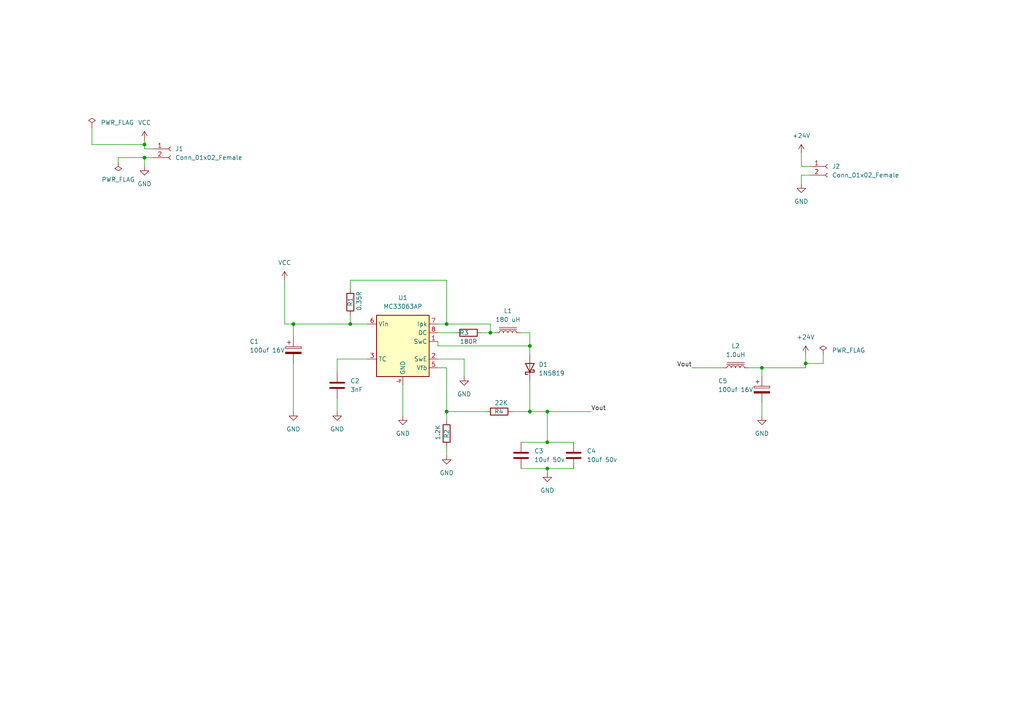
<source format=kicad_sch>
(kicad_sch (version 20211123) (generator eeschema)
  (paper "A4")
  (lib_symbols
    (symbol "Connector:Conn_01x02_Female" (pin_names (offset 1.016) hide)
      (property "Reference" "J" (at 0 2.54 0))
      (property "Value" "Conn_01x02_Female" (at 0 -5.08 0))
      (symbol "Conn_01x02_Female_1_1"
        (arc (start 0 -2.032) (mid -0.508 -2.54) (end 0 -3.048) (stroke (width 0.1524)))
        (polyline (pts (xy -1.27 -2.54) (xy -0.508 -2.54)) (stroke (width 0.1524)))
        (polyline (pts (xy -1.27 0) (xy -0.508 0)) (stroke (width 0.1524)))
        (arc (start 0 0.508) (mid -0.508 0) (end 0 -0.508) (stroke (width 0.1524)))
        (pin passive line (at -5.08 0 0) (length 3.81) (name "Pin_1") (number "1"))
        (pin passive line (at -5.08 -2.54 0) (length 3.81) (name "Pin_2") (number "2"))
      )
    )
    (symbol "Device:C" (pin_numbers hide) (pin_names (offset 0.254))
      (property "Reference" "C" (at 0.635 2.54 0))
      (property "Value" "C" (at 0.635 -2.54 0))
      (symbol "C_0_1"
        (polyline (pts (xy -2.032 -0.762) (xy 2.032 -0.762)) (stroke (width 0.508)))
        (polyline (pts (xy -2.032 0.762) (xy 2.032 0.762)) (stroke (width 0.508)))
      )
      (symbol "C_1_1"
        (pin passive line (at 0 3.81 270) (length 2.794) (name "~") (number "1"))
        (pin passive line (at 0 -3.81 90) (length 2.794) (name "~") (number "2"))
      )
    )
    (symbol "Device:C_Polarized" (pin_numbers hide) (pin_names (offset 0.254))
      (property "Reference" "C" (at 0.635 2.54 0))
      (property "Value" "C_Polarized" (at 0.635 -2.54 0))
      (symbol "C_Polarized_0_1"
        (rectangle (start -2.286 0.508) (end 2.286 1.016))
        (polyline (pts (xy -1.778 2.286) (xy -0.762 2.286)))
        (polyline (pts (xy -1.27 2.794) (xy -1.27 1.778)))
        (rectangle (start 2.286 -0.508) (end -2.286 -1.016) (fill (type outline)))
      )
      (symbol "C_Polarized_1_1"
        (pin passive line (at 0 3.81 270) (length 2.794) (name "~") (number "1"))
        (pin passive line (at 0 -3.81 90) (length 2.794) (name "~") (number "2"))
      )
    )
    (symbol "Device:L_Iron" (pin_numbers hide) (pin_names (offset 1.016) hide)
      (property "Reference" "L" (at -1.27 0 90))
      (property "Value" "L_Iron" (at 2.794 0 90))
      (symbol "L_Iron_0_1"
        (arc (start 0 -2.54) (mid 0.635 -1.905) (end 0 -1.27))
        (arc (start 0 -1.27) (mid 0.635 -0.635) (end 0 0))
        (polyline (pts (xy 1.016 2.54) (xy 1.016 -2.54)))
        (polyline (pts (xy 1.524 -2.54) (xy 1.524 2.54)))
        (arc (start 0 0) (mid 0.635 0.635) (end 0 1.27))
        (arc (start 0 1.27) (mid 0.635 1.905) (end 0 2.54))
      )
      (symbol "L_Iron_1_1"
        (pin passive line (at 0 3.81 270) (length 1.27) (name "1") (number "1"))
        (pin passive line (at 0 -3.81 90) (length 1.27) (name "2") (number "2"))
      )
    )
    (symbol "Device:R" (pin_numbers hide) (pin_names (offset 0))
      (property "Reference" "R" (at 2.032 0 90))
      (property "Value" "R" (at 0 0 90))
      (symbol "R_0_1"
        (rectangle (start -1.016 -2.54) (end 1.016 2.54) (stroke (width 0.254)))
      )
      (symbol "R_1_1"
        (pin passive line (at 0 3.81 270) (length 1.27) (name "~") (number "1"))
        (pin passive line (at 0 -3.81 90) (length 1.27) (name "~") (number "2"))
      )
    )
    (symbol "Diode:1N5819" (pin_numbers hide) (pin_names (offset 1.016) hide)
      (property "Reference" "D" (at 0 2.54 0))
      (property "Value" "1N5819" (at 0 -2.54 0))
      (symbol "1N5819_0_1"
        (polyline (pts (xy 1.27 0) (xy -1.27 0)))
        (polyline (pts (xy 1.27 1.27) (xy 1.27 -1.27) (xy -1.27 0) (xy 1.27 1.27)) (stroke (width 0.254)))
        (polyline (pts (xy -1.905 0.635) (xy -1.905 1.27) (xy -1.27 1.27) (xy -1.27 -1.27) (xy -0.635 -1.27) (xy -0.635 -0.635)) (stroke (width 0.254)))
      )
      (symbol "1N5819_1_1"
        (pin passive line (at -3.81 0 0) (length 2.54) (name "K") (number "1"))
        (pin passive line (at 3.81 0 180) (length 2.54) (name "A") (number "2"))
      )
    )
    (symbol "Regulator_Switching:MC33063AP"
      (property "Reference" "U" (at -7.62 8.89 0))
      (property "Value" "MC33063AP" (at 0 8.89 0))
      (symbol "MC33063AP_0_1"
        (rectangle (start -7.62 7.62) (end 7.62 -10.16) (stroke (width 0.254)) (fill (type background)))
      )
      (symbol "MC33063AP_1_1"
        (pin open_collector line (at 10.16 0 180) (length 2.54) (name "SwC") (number "1"))
        (pin open_emitter line (at 10.16 -5.08 180) (length 2.54) (name "SwE") (number "2"))
        (pin passive line (at -10.16 -5.08 0) (length 2.54) (name "TC") (number "3"))
        (pin power_in line (at 0 -12.7 90) (length 2.54) (name "GND") (number "4"))
        (pin input line (at 10.16 -7.62 180) (length 2.54) (name "Vfb") (number "5"))
        (pin power_in line (at -10.16 5.08 0) (length 2.54) (name "Vin") (number "6"))
        (pin input line (at 10.16 5.08 180) (length 2.54) (name "Ipk") (number "7"))
        (pin open_collector line (at 10.16 2.54 180) (length 2.54) (name "DC") (number "8"))
      )
    )
    (symbol "power:+24V" (power) (pin_names (offset 0))
      (property "Value" "+24V" (at 0 3.556 0))
      (symbol "+24V_0_1"
        (polyline (pts (xy -0.762 1.27) (xy 0 2.54)))
        (polyline (pts (xy 0 0) (xy 0 2.54)))
        (polyline (pts (xy 0 2.54) (xy 0.762 1.27)))
      )
      (symbol "+24V_1_1"
        (pin power_in line (at 0 0 90) (length 0) hide (name "+24V") (number "1"))
      )
    )
    (symbol "power:GND" (power) (pin_names (offset 0))
      (property "Value" "GND" (at 0 -3.81 0))
      (symbol "GND_0_1"
        (polyline (pts (xy 0 0) (xy 0 -1.27) (xy 1.27 -1.27) (xy 0 -2.54) (xy -1.27 -1.27) (xy 0 -1.27)))
      )
      (symbol "GND_1_1"
        (pin power_in line (at 0 0 270) (length 0) hide (name "GND") (number "1"))
      )
    )
    (symbol "power:PWR_FLAG" (power) (pin_numbers hide) (pin_names (offset 0) hide)
      (property "Value" "PWR_FLAG" (at 0 3.81 0))
      (symbol "PWR_FLAG_0_0"
        (pin power_out line (at 0 0 90) (length 0) (name "pwr") (number "1"))
      )
      (symbol "PWR_FLAG_0_1"
        (polyline (pts (xy 0 0) (xy 0 1.27) (xy -1.016 1.905) (xy 0 2.54) (xy 1.016 1.905) (xy 0 1.27)))
      )
    )
    (symbol "power:VCC" (power) (pin_names (offset 0))
      (property "Value" "VCC" (at 0 3.81 0))
      (symbol "VCC_0_1"
        (polyline (pts (xy -0.762 1.27) (xy 0 2.54)))
        (polyline (pts (xy 0 0) (xy 0 2.54)))
        (polyline (pts (xy 0 2.54) (xy 0.762 1.27)))
      )
      (symbol "VCC_1_1"
        (pin power_in line (at 0 0 90) (length 0) hide (name "VCC") (number "1"))
      )
    )
  )
  (junction (at 220.98 106.68))
  (junction (at 158.75 128.27))
  (junction (at 142.24 96.52))
  (junction (at 85.09 93.98))
  (junction (at 153.67 100.33))
  (junction (at 101.6 93.98))
  (junction (at 41.91 41.91))
  (junction (at 158.75 119.38))
  (junction (at 41.91 45.72))
  (junction (at 158.75 135.89))
  (junction (at 153.67 119.38))
  (junction (at 129.54 93.98))
  (junction (at 233.68 105.41))
  (junction (at 129.54 119.38))
  (wire (pts (xy 151.13 135.89) (xy 158.75 135.89)))
  (wire (pts (xy 142.24 96.52) (xy 143.51 96.52)))
  (wire (pts (xy 26.67 41.91) (xy 41.91 41.91)))
  (wire (pts (xy 101.6 91.44) (xy 101.6 93.98)))
  (wire (pts (xy 153.67 100.33) (xy 127 100.33)))
  (wire (pts (xy 85.09 93.98) (xy 82.55 93.98)))
  (wire (pts (xy 200.66 106.68) (xy 209.55 106.68)))
  (wire (pts (xy 44.45 43.18) (xy 41.91 43.18)))
  (wire (pts (xy 97.79 104.14) (xy 97.79 107.95)))
  (wire (pts (xy 238.76 102.87) (xy 238.76 105.41)))
  (wire (pts (xy 44.45 45.72) (xy 41.91 45.72)))
  (wire (pts (xy 34.29 46.99) (xy 34.29 45.72)))
  (wire (pts (xy 148.59 119.38) (xy 153.67 119.38)))
  (wire (pts (xy 106.68 104.14) (xy 97.79 104.14)))
  (wire (pts (xy 41.91 43.18) (xy 41.91 41.91)))
  (wire (pts (xy 129.54 106.68) (xy 127 106.68)))
  (wire (pts (xy 97.79 115.57) (xy 97.79 119.38)))
  (wire (pts (xy 127 93.98) (xy 129.54 93.98)))
  (wire (pts (xy 129.54 93.98) (xy 142.24 93.98)))
  (wire (pts (xy 232.41 50.8) (xy 232.41 53.34)))
  (wire (pts (xy 34.29 45.72) (xy 41.91 45.72)))
  (wire (pts (xy 234.95 50.8) (xy 232.41 50.8)))
  (wire (pts (xy 234.95 48.26) (xy 232.41 48.26)))
  (wire (pts (xy 134.62 104.14) (xy 134.62 109.22)))
  (wire (pts (xy 127 100.33) (xy 127 99.06)))
  (wire (pts (xy 233.68 105.41) (xy 233.68 106.68)))
  (wire (pts (xy 220.98 116.84) (xy 220.98 120.65)))
  (wire (pts (xy 238.76 105.41) (xy 233.68 105.41)))
  (wire (pts (xy 142.24 96.52) (xy 142.24 93.98)))
  (wire (pts (xy 116.84 111.76) (xy 116.84 120.65)))
  (wire (pts (xy 101.6 83.82) (xy 101.6 81.28)))
  (wire (pts (xy 139.7 96.52) (xy 142.24 96.52)))
  (wire (pts (xy 158.75 119.38) (xy 171.45 119.38)))
  (wire (pts (xy 217.17 106.68) (xy 220.98 106.68)))
  (wire (pts (xy 101.6 93.98) (xy 106.68 93.98)))
  (wire (pts (xy 153.67 119.38) (xy 153.67 110.49)))
  (wire (pts (xy 151.13 128.27) (xy 158.75 128.27)))
  (wire (pts (xy 85.09 93.98) (xy 101.6 93.98)))
  (wire (pts (xy 85.09 105.41) (xy 85.09 119.38)))
  (wire (pts (xy 233.68 102.87) (xy 233.68 105.41)))
  (wire (pts (xy 129.54 119.38) (xy 140.97 119.38)))
  (wire (pts (xy 153.67 100.33) (xy 153.67 102.87)))
  (wire (pts (xy 41.91 45.72) (xy 41.91 48.26)))
  (wire (pts (xy 127 104.14) (xy 134.62 104.14)))
  (wire (pts (xy 127 96.52) (xy 132.08 96.52)))
  (wire (pts (xy 158.75 128.27) (xy 166.37 128.27)))
  (wire (pts (xy 101.6 81.28) (xy 129.54 81.28)))
  (wire (pts (xy 153.67 96.52) (xy 153.67 100.33)))
  (wire (pts (xy 158.75 135.89) (xy 158.75 137.16)))
  (wire (pts (xy 233.68 106.68) (xy 220.98 106.68)))
  (wire (pts (xy 129.54 121.92) (xy 129.54 119.38)))
  (wire (pts (xy 41.91 41.91) (xy 41.91 40.64)))
  (wire (pts (xy 26.67 36.83) (xy 26.67 41.91)))
  (wire (pts (xy 232.41 44.45) (xy 232.41 48.26)))
  (wire (pts (xy 129.54 81.28) (xy 129.54 93.98)))
  (wire (pts (xy 129.54 119.38) (xy 129.54 106.68)))
  (wire (pts (xy 220.98 106.68) (xy 220.98 109.22)))
  (wire (pts (xy 129.54 129.54) (xy 129.54 132.08)))
  (wire (pts (xy 158.75 119.38) (xy 158.75 128.27)))
  (wire (pts (xy 85.09 93.98) (xy 85.09 97.79)))
  (wire (pts (xy 151.13 96.52) (xy 153.67 96.52)))
  (wire (pts (xy 82.55 93.98) (xy 82.55 81.28)))
  (wire (pts (xy 158.75 119.38) (xy 153.67 119.38)))
  (wire (pts (xy 158.75 135.89) (xy 166.37 135.89)))
  (label "Vout" (at 200.66 106.68 180))
  (label "Vout" (at 171.45 119.38 0))
  (symbol (lib_id "Device:R") (at 101.6 87.63 180) (unit 1)
    (property "Reference" "R1" (at 101.6 88.9 90) (effects (justify right)))
    (property "Value" "0.35R" (at 104.14 90.17 90) (effects (justify right)))
    (property "Footprint" "Resistor_SMD:R_2512_6332Metric_Pad1.40x3.35mm_HandSolder" (effects hide))
  )
  (symbol (lib_id "power:GND") (at 232.41 53.34 0) (unit 1)
    (property "Reference" "#PWR012" (effects hide))
    (property "Value" "GND" (at 232.41 58.42 0))
  )
  (symbol (lib_id "power:GND") (at 129.54 132.08 0) (unit 1)
    (property "Reference" "#PWR07" (effects hide))
    (property "Value" "GND" (at 129.54 137.16 0))
  )
  (symbol (lib_id "Diode:1N5819") (at 153.67 106.68 90) (unit 1)
    (property "Reference" "D1" (at 156.21 105.7274 90) (effects (justify right)))
    (property "Value" "1N5819" (at 156.21 108.2674 90) (effects (justify right)))
    (property "Footprint" "Diode_THT:D_DO-41_SOD81_P10.16mm_Horizontal" (effects hide))
    (property "Datasheet" "http://www.vishay.com/docs/88525/1n5817.pdf" (effects hide))
  )
  (symbol (lib_id "Regulator_Switching:MC33063AP") (at 116.84 99.06 0) (unit 1)
    (property "Reference" "U1" (at 116.84 86.36 0))
    (property "Value" "MC33063AP" (at 116.84 88.9 0))
    (property "Footprint" "Package_DIP:DIP-8_W7.62mm" (effects hide))
    (property "Datasheet" "http://www.onsemi.com/pub_link/Collateral/MC34063A-D.PDF" (effects hide))
  )
  (symbol (lib_id "power:GND") (at 220.98 120.65 0) (unit 1)
    (property "Reference" "#PWR010" (effects hide))
    (property "Value" "GND" (at 220.98 125.73 0))
  )
  (symbol (lib_id "power:+24V") (at 232.41 44.45 0) (unit 1)
    (property "Reference" "#PWR011" (effects hide))
    (property "Value" "+24V" (at 232.41 39.37 0))
  )
  (symbol (lib_id "Device:L_Iron") (at 213.36 106.68 90) (unit 1)
    (property "Reference" "L2" (at 213.36 100.33 90))
    (property "Value" "1.0uH" (at 213.36 102.87 90))
    (property "Footprint" "Resistor_THT:R_Axial_DIN0207_L6.3mm_D2.5mm_P7.62mm_Horizontal" (effects hide))
  )
  (symbol (lib_id "Device:R") (at 144.78 119.38 270) (unit 1)
    (property "Reference" "R4" (at 146.05 119.38 90) (effects (justify right)))
    (property "Value" "22K" (at 147.32 116.84 90) (effects (justify right)))
    (property "Footprint" "Resistor_THT:R_Axial_DIN0207_L6.3mm_D2.5mm_P7.62mm_Horizontal" (effects hide))
  )
  (symbol (lib_id "power:GND") (at 97.79 119.38 0) (unit 1)
    (property "Reference" "#PWR05" (effects hide))
    (property "Value" "GND" (at 97.79 124.46 0))
  )
  (symbol (lib_id "Device:C_Polarized") (at 220.98 113.03 0) (unit 1)
    (property "Reference" "C5" (at 208.28 110.49 0) (effects (justify left)))
    (property "Value" "100uf 16V" (at 208.28 113.03 0) (effects (justify left)))
    (property "Footprint" "Capacitor_THT:CP_Radial_D6.3mm_P2.50mm" (effects hide))
  )
  (symbol (lib_id "power:PWR_FLAG") (at 34.29 46.99 180) (unit 1)
    (property "Reference" "#FLG0101" (effects hide))
    (property "Value" "PWR_FLAG" (at 34.29 52.07 0))
  )
  (symbol (lib_id "power:GND") (at 41.91 48.26 0) (unit 1)
    (property "Reference" "#PWR02" (effects hide))
    (property "Value" "GND" (at 41.91 53.34 0))
  )
  (symbol (lib_id "Device:C") (at 166.37 132.08 0) (unit 1)
    (property "Reference" "C4" (at 170.18 130.8099 0) (effects (justify left)))
    (property "Value" "10uf 50v" (at 170.18 133.3499 0) (effects (justify left)))
    (property "Footprint" "Capacitor_SMD:C_1206_3216Metric_Pad1.33x1.80mm_HandSolder" (effects hide))
  )
  (symbol (lib_id "power:GND") (at 158.75 137.16 0) (unit 1)
    (property "Reference" "#PWR09" (effects hide))
    (property "Value" "GND" (at 158.75 142.24 0))
  )
  (symbol (lib_id "power:GND") (at 85.09 119.38 0) (unit 1)
    (property "Reference" "#PWR04" (effects hide))
    (property "Value" "GND" (at 85.09 124.46 0))
  )
  (symbol (lib_id "Device:C_Polarized") (at 85.09 101.6 0) (unit 1)
    (property "Reference" "C1" (at 72.39 99.06 0) (effects (justify left)))
    (property "Value" "100uf 16V" (at 72.39 101.6 0) (effects (justify left)))
    (property "Footprint" "Capacitor_THT:CP_Radial_D6.3mm_P2.50mm" (effects hide))
  )
  (symbol (lib_id "Device:C") (at 97.79 111.76 0) (unit 1)
    (property "Reference" "C2" (at 101.6 110.4899 0) (effects (justify left)))
    (property "Value" "3nF" (at 101.6 113.0299 0) (effects (justify left)))
    (property "Footprint" "Capacitor_SMD:C_0603_1608Metric_Pad1.08x0.95mm_HandSolder" (effects hide))
  )
  (symbol (lib_id "power:GND") (at 116.84 120.65 0) (unit 1)
    (property "Reference" "#PWR06" (effects hide))
    (property "Value" "GND" (at 116.84 125.73 0))
  )
  (symbol (lib_id "Connector:Conn_01x02_Female") (at 240.03 48.26 0) (unit 1)
    (property "Reference" "J2" (at 241.3 48.2599 0) (effects (justify left)))
    (property "Value" "Conn_01x02_Female" (at 241.3 50.7999 0) (effects (justify left)))
    (property "Footprint" "Connector_JST:JST_XH_B2B-XH-AM_1x02_P2.50mm_Vertical" (effects hide))
  )
  (symbol (lib_id "power:PWR_FLAG") (at 26.67 36.83 0) (unit 1)
    (property "Reference" "#FLG0102" (effects hide))
    (property "Value" "PWR_FLAG" (at 29.21 35.5599 0) (effects (justify left)))
  )
  (symbol (lib_id "Connector:Conn_01x02_Female") (at 49.53 43.18 0) (unit 1)
    (property "Reference" "J1" (at 50.8 43.1799 0) (effects (justify left)))
    (property "Value" "Conn_01x02_Female" (at 50.8 45.7199 0) (effects (justify left)))
    (property "Footprint" "Connector_JST:JST_XH_B2B-XH-AM_1x02_P2.50mm_Vertical" (effects hide))
  )
  (symbol (lib_id "power:+24V") (at 233.68 102.87 0) (unit 1)
    (property "Reference" "#PWR013" (effects hide))
    (property "Value" "+24V" (at 233.68 97.79 0))
  )
  (symbol (lib_id "Device:R") (at 135.89 96.52 90) (unit 1)
    (property "Reference" "R3" (at 134.62 96.52 90))
    (property "Value" "180R" (at 135.89 99.06 90))
    (property "Footprint" "Resistor_SMD:R_1206_3216Metric_Pad1.30x1.75mm_HandSolder" (effects hide))
  )
  (symbol (lib_id "Device:C") (at 151.13 132.08 0) (unit 1)
    (property "Reference" "C3" (at 154.94 130.8099 0) (effects (justify left)))
    (property "Value" "10uf 50v" (at 154.94 133.3499 0) (effects (justify left)))
    (property "Footprint" "Capacitor_SMD:C_1206_3216Metric_Pad1.33x1.80mm_HandSolder" (effects hide))
  )
  (symbol (lib_id "power:VCC") (at 41.91 40.64 0) (unit 1)
    (property "Reference" "#PWR01" (effects hide))
    (property "Value" "VCC" (at 41.91 35.56 0))
  )
  (symbol (lib_id "Device:R") (at 129.54 125.73 0) (unit 1)
    (property "Reference" "R2" (at 129.54 124.46 90) (effects (justify right)))
    (property "Value" "1.2K" (at 127 123.19 90) (effects (justify right)))
    (property "Footprint" "Resistor_THT:R_Axial_DIN0207_L6.3mm_D2.5mm_P7.62mm_Horizontal" (effects hide))
  )
  (symbol (lib_id "power:VCC") (at 82.55 81.28 0) (unit 1)
    (property "Reference" "#PWR03" (effects hide))
    (property "Value" "VCC" (at 82.55 76.2 0))
  )
  (symbol (lib_id "power:PWR_FLAG") (at 238.76 102.87 0) (unit 1)
    (property "Reference" "#FLG0103" (effects hide))
    (property "Value" "PWR_FLAG" (at 241.3 101.5999 0) (effects (justify left)))
  )
  (symbol (lib_id "Device:L_Iron") (at 147.32 96.52 90) (unit 1)
    (property "Reference" "L1" (at 147.32 90.17 90))
    (property "Value" "180 uH" (at 147.32 92.71 90))
    (property "Footprint" "Custom Parts:7447669218" (effects hide))
  )
  (symbol (lib_id "power:GND") (at 134.62 109.22 0) (unit 1)
    (property "Reference" "#PWR08" (effects hide))
    (property "Value" "GND" (at 134.62 114.3 0))
  )
)
</source>
